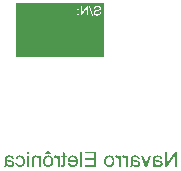
<source format=gbo>
G04 Layer_Color=32896*
%FSLAX25Y25*%
%MOIN*%
G70*
G01*
G75*
G36*
X292071Y142000D02*
X291480D01*
X290088Y145660D01*
X290730D01*
X291539Y143422D01*
X291590Y143276D01*
X291641Y143145D01*
X291677Y143021D01*
X291714Y142926D01*
X291736Y142838D01*
X291757Y142780D01*
X291765Y142744D01*
X291772Y142729D01*
X291816Y142868D01*
X291852Y143006D01*
X291896Y143130D01*
X291933Y143239D01*
X291962Y143334D01*
X291984Y143407D01*
X291991Y143429D01*
X291998Y143451D01*
X292005Y143458D01*
Y143465D01*
X292793Y145660D01*
X293449D01*
X292071Y142000D01*
D02*
G37*
G36*
X264741Y146563D02*
Y145660D01*
X265200D01*
Y145178D01*
X264741D01*
Y143064D01*
Y142962D01*
Y142875D01*
X264734Y142795D01*
X264726Y142714D01*
Y142649D01*
X264719Y142590D01*
X264704Y142496D01*
X264690Y142423D01*
X264683Y142372D01*
X264668Y142343D01*
Y142335D01*
X264639Y142270D01*
X264595Y142219D01*
X264551Y142168D01*
X264515Y142131D01*
X264471Y142095D01*
X264442Y142073D01*
X264420Y142058D01*
X264413Y142051D01*
X264333Y142015D01*
X264252Y141993D01*
X264165Y141971D01*
X264077Y141964D01*
X264004Y141956D01*
X263946Y141949D01*
X263888D01*
X263727Y141956D01*
X263647Y141964D01*
X263574Y141978D01*
X263509Y141985D01*
X263458Y141993D01*
X263429Y142000D01*
X263414D01*
X263494Y142547D01*
X263552Y142540D01*
X263611Y142532D01*
X263662D01*
X263698Y142525D01*
X263771D01*
X263866Y142532D01*
X263932Y142547D01*
X263968Y142561D01*
X263983Y142569D01*
X264034Y142605D01*
X264063Y142641D01*
X264085Y142671D01*
X264092Y142685D01*
X264099Y142722D01*
X264107Y142773D01*
X264114Y142889D01*
X264121Y142940D01*
Y142984D01*
Y143013D01*
Y143028D01*
Y145178D01*
X263494D01*
Y145660D01*
X264121D01*
Y146935D01*
X264741Y146563D01*
D02*
G37*
G36*
X302000Y142000D02*
X301359D01*
Y145958D01*
X298720Y142000D01*
X298027D01*
Y147045D01*
X298669D01*
Y143079D01*
X301315Y147045D01*
X302000D01*
Y142000D01*
D02*
G37*
G36*
X246224Y145732D02*
X246377Y145718D01*
X246523Y145696D01*
X246640Y145674D01*
X246742Y145652D01*
X246815Y145630D01*
X246844Y145623D01*
X246866Y145616D01*
X246873Y145608D01*
X246880D01*
X247004Y145557D01*
X247114Y145492D01*
X247208Y145434D01*
X247288Y145375D01*
X247347Y145317D01*
X247391Y145273D01*
X247420Y145244D01*
X247427Y145237D01*
X247493Y145142D01*
X247551Y145040D01*
X247595Y144938D01*
X247631Y144843D01*
X247660Y144748D01*
X247682Y144683D01*
X247690Y144654D01*
Y144632D01*
X247697Y144624D01*
Y144617D01*
X247092Y144537D01*
X247048Y144668D01*
X247004Y144785D01*
X246953Y144879D01*
X246909Y144952D01*
X246866Y145011D01*
X246829Y145047D01*
X246800Y145069D01*
X246793Y145076D01*
X246705Y145127D01*
X246603Y145164D01*
X246494Y145193D01*
X246392Y145208D01*
X246290Y145222D01*
X246217Y145229D01*
X246144D01*
X245976Y145222D01*
X245830Y145200D01*
X245714Y145164D01*
X245612Y145127D01*
X245539Y145084D01*
X245481Y145054D01*
X245444Y145025D01*
X245437Y145018D01*
X245379Y144952D01*
X245335Y144872D01*
X245298Y144785D01*
X245276Y144697D01*
X245262Y144617D01*
X245255Y144544D01*
Y144501D01*
Y144493D01*
Y144486D01*
Y144471D01*
Y144442D01*
Y144391D01*
X245262Y144347D01*
Y144333D01*
Y144325D01*
X245335Y144304D01*
X245415Y144282D01*
X245583Y144238D01*
X245772Y144202D01*
X245947Y144165D01*
X246035Y144150D01*
X246115Y144143D01*
X246188Y144129D01*
X246246Y144121D01*
X246297Y144114D01*
X246334D01*
X246363Y144107D01*
X246370D01*
X246501Y144092D01*
X246611Y144070D01*
X246705Y144056D01*
X246778Y144041D01*
X246837Y144034D01*
X246880Y144019D01*
X246909Y144012D01*
X246917D01*
X247011Y143983D01*
X247092Y143954D01*
X247172Y143917D01*
X247237Y143888D01*
X247296Y143859D01*
X247332Y143830D01*
X247361Y143815D01*
X247369Y143808D01*
X247442Y143757D01*
X247500Y143699D01*
X247558Y143640D01*
X247602Y143582D01*
X247639Y143531D01*
X247668Y143487D01*
X247682Y143458D01*
X247690Y143451D01*
X247726Y143370D01*
X247755Y143283D01*
X247777Y143203D01*
X247792Y143123D01*
X247799Y143057D01*
X247806Y143006D01*
Y142977D01*
Y142962D01*
X247799Y142875D01*
X247792Y142802D01*
X247755Y142649D01*
X247704Y142525D01*
X247646Y142415D01*
X247587Y142328D01*
X247536Y142262D01*
X247500Y142226D01*
X247485Y142211D01*
X247354Y142117D01*
X247208Y142044D01*
X247048Y141993D01*
X246902Y141956D01*
X246771Y141934D01*
X246713Y141927D01*
X246662D01*
X246618Y141920D01*
X246560D01*
X246428Y141927D01*
X246297Y141942D01*
X246181Y141956D01*
X246078Y141978D01*
X245998Y142000D01*
X245933Y142022D01*
X245889Y142029D01*
X245874Y142036D01*
X245750Y142087D01*
X245634Y142153D01*
X245524Y142226D01*
X245415Y142292D01*
X245327Y142357D01*
X245262Y142408D01*
X245218Y142445D01*
X245211Y142459D01*
X245204D01*
X245189Y142365D01*
X245174Y142277D01*
X245160Y142197D01*
X245138Y142131D01*
X245116Y142073D01*
X245101Y142036D01*
X245094Y142007D01*
X245087Y142000D01*
X244438D01*
X244475Y142080D01*
X244511Y142160D01*
X244540Y142233D01*
X244555Y142299D01*
X244577Y142357D01*
X244584Y142401D01*
X244591Y142430D01*
Y142437D01*
X244599Y142488D01*
X244606Y142554D01*
Y142627D01*
X244613Y142707D01*
X244620Y142889D01*
Y143072D01*
X244628Y143247D01*
Y143327D01*
Y143392D01*
Y143451D01*
Y143494D01*
Y143524D01*
Y143531D01*
Y144362D01*
Y144501D01*
X244635Y144624D01*
X244642Y144719D01*
Y144799D01*
X244650Y144858D01*
X244657Y144901D01*
X244664Y144923D01*
Y144931D01*
X244686Y145025D01*
X244715Y145106D01*
X244744Y145171D01*
X244781Y145237D01*
X244810Y145281D01*
X244832Y145317D01*
X244846Y145339D01*
X244854Y145346D01*
X244912Y145404D01*
X244978Y145463D01*
X245051Y145507D01*
X245123Y145550D01*
X245189Y145579D01*
X245240Y145601D01*
X245276Y145616D01*
X245291Y145623D01*
X245408Y145660D01*
X245532Y145689D01*
X245656Y145711D01*
X245779Y145725D01*
X245889Y145732D01*
X245969Y145740D01*
X246049D01*
X246224Y145732D01*
D02*
G37*
G36*
X270347Y142000D02*
X269727D01*
Y147045D01*
X270347D01*
Y142000D01*
D02*
G37*
G36*
X249818Y145732D02*
X249979Y145703D01*
X250132Y145667D01*
X250256Y145630D01*
X250365Y145587D01*
X250409Y145565D01*
X250445Y145550D01*
X250474Y145536D01*
X250496Y145521D01*
X250511Y145514D01*
X250518D01*
X250657Y145426D01*
X250781Y145317D01*
X250883Y145208D01*
X250970Y145098D01*
X251036Y145003D01*
X251079Y144923D01*
X251094Y144894D01*
X251109Y144872D01*
X251116Y144858D01*
Y144850D01*
X251181Y144675D01*
X251225Y144501D01*
X251262Y144325D01*
X251284Y144165D01*
X251291Y144092D01*
X251298Y144027D01*
Y143968D01*
X251305Y143917D01*
Y143874D01*
Y143844D01*
Y143823D01*
Y143815D01*
X251298Y143648D01*
X251284Y143494D01*
X251262Y143341D01*
X251232Y143210D01*
X251203Y143079D01*
X251160Y142970D01*
X251123Y142860D01*
X251079Y142765D01*
X251036Y142685D01*
X250999Y142612D01*
X250955Y142547D01*
X250926Y142496D01*
X250897Y142459D01*
X250875Y142430D01*
X250861Y142415D01*
X250853Y142408D01*
X250766Y142321D01*
X250671Y142248D01*
X250576Y142182D01*
X250474Y142124D01*
X250372Y142080D01*
X250277Y142036D01*
X250081Y141978D01*
X249993Y141964D01*
X249913Y141949D01*
X249840Y141934D01*
X249774Y141927D01*
X249723Y141920D01*
X249651D01*
X249541Y141927D01*
X249432Y141934D01*
X249242Y141978D01*
X249067Y142029D01*
X248921Y142095D01*
X248863Y142131D01*
X248805Y142160D01*
X248754Y142190D01*
X248717Y142219D01*
X248688Y142241D01*
X248666Y142255D01*
X248652Y142262D01*
X248644Y142270D01*
X248572Y142343D01*
X248506Y142415D01*
X248389Y142576D01*
X248295Y142744D01*
X248229Y142897D01*
X248178Y143043D01*
X248163Y143101D01*
X248149Y143159D01*
X248142Y143203D01*
X248134Y143232D01*
X248127Y143254D01*
Y143261D01*
X248739Y143341D01*
X248768Y143181D01*
X248812Y143035D01*
X248870Y142919D01*
X248921Y142824D01*
X248973Y142744D01*
X249016Y142693D01*
X249038Y142656D01*
X249053Y142649D01*
X249148Y142576D01*
X249250Y142525D01*
X249352Y142481D01*
X249446Y142459D01*
X249527Y142445D01*
X249600Y142437D01*
X249643Y142430D01*
X249658D01*
X249738Y142437D01*
X249818Y142445D01*
X249964Y142481D01*
X250088Y142532D01*
X250197Y142598D01*
X250277Y142656D01*
X250343Y142707D01*
X250379Y142744D01*
X250394Y142758D01*
X250445Y142824D01*
X250489Y142904D01*
X250554Y143064D01*
X250606Y143247D01*
X250635Y143422D01*
X250657Y143582D01*
X250664Y143648D01*
Y143713D01*
X250671Y143757D01*
Y143801D01*
Y143823D01*
Y143830D01*
Y143961D01*
X250657Y144085D01*
X250642Y144202D01*
X250627Y144304D01*
X250606Y144398D01*
X250576Y144486D01*
X250554Y144566D01*
X250525Y144639D01*
X250496Y144697D01*
X250474Y144748D01*
X250445Y144792D01*
X250423Y144828D01*
X250409Y144858D01*
X250394Y144879D01*
X250379Y144887D01*
Y144894D01*
X250321Y144952D01*
X250263Y145003D01*
X250139Y145091D01*
X250008Y145149D01*
X249891Y145186D01*
X249782Y145215D01*
X249701Y145222D01*
X249665Y145229D01*
X249621D01*
X249512Y145222D01*
X249410Y145200D01*
X249323Y145171D01*
X249242Y145135D01*
X249184Y145098D01*
X249133Y145069D01*
X249104Y145047D01*
X249096Y145040D01*
X249024Y144967D01*
X248958Y144879D01*
X248900Y144785D01*
X248863Y144697D01*
X248827Y144617D01*
X248805Y144552D01*
X248798Y144508D01*
X248790Y144501D01*
Y144493D01*
X248185Y144588D01*
X248236Y144785D01*
X248309Y144952D01*
X248389Y145098D01*
X248469Y145215D01*
X248550Y145310D01*
X248615Y145375D01*
X248659Y145419D01*
X248666Y145434D01*
X248674D01*
X248827Y145536D01*
X248987Y145608D01*
X249148Y145667D01*
X249301Y145703D01*
X249439Y145725D01*
X249497Y145732D01*
X249541D01*
X249585Y145740D01*
X249643D01*
X249818Y145732D01*
D02*
G37*
G36*
X284351D02*
X284424Y145718D01*
X284497Y145696D01*
X284555Y145674D01*
X284599Y145652D01*
X284643Y145630D01*
X284664Y145616D01*
X284672Y145608D01*
X284737Y145550D01*
X284803Y145477D01*
X284869Y145390D01*
X284927Y145310D01*
X284985Y145229D01*
X285022Y145164D01*
X285051Y145113D01*
X285058Y145106D01*
Y145660D01*
X285619D01*
Y142000D01*
X285000D01*
Y143910D01*
X284992Y144056D01*
X284985Y144187D01*
X284971Y144311D01*
X284949Y144420D01*
X284927Y144508D01*
X284912Y144573D01*
X284905Y144617D01*
X284898Y144632D01*
X284869Y144712D01*
X284832Y144778D01*
X284796Y144836D01*
X284759Y144887D01*
X284723Y144923D01*
X284701Y144952D01*
X284679Y144967D01*
X284672Y144974D01*
X284613Y145018D01*
X284548Y145047D01*
X284482Y145069D01*
X284431Y145084D01*
X284380Y145091D01*
X284344Y145098D01*
X284307D01*
X284227Y145091D01*
X284147Y145076D01*
X284067Y145054D01*
X284001Y145033D01*
X283943Y145011D01*
X283899Y144989D01*
X283870Y144974D01*
X283862Y144967D01*
X283636Y145536D01*
X283760Y145601D01*
X283877Y145652D01*
X283979Y145689D01*
X284074Y145718D01*
X284154Y145732D01*
X284220Y145740D01*
X284271D01*
X284351Y145732D01*
D02*
G37*
G36*
X282003D02*
X282076Y145718D01*
X282149Y145696D01*
X282208Y145674D01*
X282251Y145652D01*
X282295Y145630D01*
X282317Y145616D01*
X282324Y145608D01*
X282390Y145550D01*
X282455Y145477D01*
X282521Y145390D01*
X282579Y145310D01*
X282638Y145229D01*
X282674Y145164D01*
X282703Y145113D01*
X282711Y145106D01*
Y145660D01*
X283272D01*
Y142000D01*
X282652D01*
Y143910D01*
X282645Y144056D01*
X282638Y144187D01*
X282623Y144311D01*
X282601Y144420D01*
X282579Y144508D01*
X282565Y144573D01*
X282558Y144617D01*
X282550Y144632D01*
X282521Y144712D01*
X282485Y144778D01*
X282448Y144836D01*
X282412Y144887D01*
X282375Y144923D01*
X282353Y144952D01*
X282332Y144967D01*
X282324Y144974D01*
X282266Y145018D01*
X282200Y145047D01*
X282135Y145069D01*
X282084Y145084D01*
X282033Y145091D01*
X281996Y145098D01*
X281960D01*
X281880Y145091D01*
X281799Y145076D01*
X281719Y145054D01*
X281654Y145033D01*
X281595Y145011D01*
X281552Y144989D01*
X281522Y144974D01*
X281515Y144967D01*
X281289Y145536D01*
X281413Y145601D01*
X281530Y145652D01*
X281632Y145689D01*
X281727Y145718D01*
X281807Y145732D01*
X281872Y145740D01*
X281923D01*
X282003Y145732D01*
D02*
G37*
G36*
X274947Y142000D02*
X271178D01*
Y142598D01*
X274276D01*
Y144311D01*
X271484D01*
Y144909D01*
X274276D01*
Y146447D01*
X271294D01*
Y147045D01*
X274947D01*
Y142000D01*
D02*
G37*
G36*
X267409Y145732D02*
X267540Y145718D01*
X267664Y145696D01*
X267781Y145660D01*
X267890Y145623D01*
X267992Y145579D01*
X268087Y145536D01*
X268167Y145485D01*
X268247Y145441D01*
X268313Y145390D01*
X268371Y145346D01*
X268415Y145310D01*
X268451Y145273D01*
X268481Y145251D01*
X268495Y145237D01*
X268502Y145229D01*
X268583Y145127D01*
X268655Y145018D01*
X268721Y144909D01*
X268779Y144792D01*
X268823Y144668D01*
X268860Y144552D01*
X268918Y144318D01*
X268940Y144216D01*
X268954Y144114D01*
X268962Y144027D01*
X268969Y143946D01*
X268976Y143881D01*
Y143837D01*
Y143801D01*
Y143793D01*
X268969Y143633D01*
X268954Y143480D01*
X268933Y143334D01*
X268903Y143203D01*
X268867Y143079D01*
X268830Y142962D01*
X268787Y142860D01*
X268743Y142765D01*
X268699Y142685D01*
X268655Y142612D01*
X268619Y142554D01*
X268583Y142503D01*
X268553Y142459D01*
X268532Y142430D01*
X268517Y142415D01*
X268510Y142408D01*
X268415Y142321D01*
X268320Y142248D01*
X268218Y142182D01*
X268109Y142124D01*
X268007Y142080D01*
X267897Y142036D01*
X267693Y141978D01*
X267599Y141964D01*
X267511Y141949D01*
X267431Y141934D01*
X267365Y141927D01*
X267314Y141920D01*
X267234D01*
X267008Y141934D01*
X266804Y141971D01*
X266622Y142015D01*
X266549Y142044D01*
X266476Y142073D01*
X266410Y142102D01*
X266352Y142131D01*
X266308Y142153D01*
X266264Y142175D01*
X266235Y142197D01*
X266213Y142211D01*
X266199Y142226D01*
X266192D01*
X266046Y142357D01*
X265929Y142496D01*
X265827Y142641D01*
X265754Y142780D01*
X265696Y142904D01*
X265674Y142962D01*
X265652Y143006D01*
X265637Y143050D01*
X265630Y143079D01*
X265623Y143094D01*
Y143101D01*
X266264Y143181D01*
X266323Y143043D01*
X266388Y142926D01*
X266454Y142824D01*
X266512Y142744D01*
X266563Y142685D01*
X266607Y142641D01*
X266644Y142612D01*
X266651Y142605D01*
X266746Y142547D01*
X266840Y142503D01*
X266942Y142474D01*
X267030Y142452D01*
X267110Y142437D01*
X267176Y142430D01*
X267234D01*
X267321Y142437D01*
X267402Y142445D01*
X267547Y142481D01*
X267679Y142532D01*
X267795Y142590D01*
X267883Y142641D01*
X267948Y142693D01*
X267992Y142729D01*
X267999Y142744D01*
X268007D01*
X268109Y142875D01*
X268189Y143021D01*
X268247Y143181D01*
X268291Y143327D01*
X268313Y143458D01*
X268327Y143516D01*
X268335Y143567D01*
Y143611D01*
X268342Y143640D01*
Y143662D01*
Y143669D01*
X265608D01*
X265601Y143742D01*
Y143793D01*
Y143823D01*
Y143830D01*
X265608Y143998D01*
X265623Y144150D01*
X265645Y144296D01*
X265674Y144435D01*
X265710Y144559D01*
X265747Y144675D01*
X265791Y144778D01*
X265834Y144872D01*
X265878Y144960D01*
X265922Y145033D01*
X265958Y145091D01*
X265995Y145142D01*
X266024Y145186D01*
X266046Y145215D01*
X266060Y145229D01*
X266068Y145237D01*
X266155Y145324D01*
X266250Y145404D01*
X266352Y145470D01*
X266454Y145528D01*
X266556Y145579D01*
X266651Y145616D01*
X266753Y145652D01*
X266840Y145674D01*
X266935Y145696D01*
X267015Y145711D01*
X267088Y145725D01*
X267146Y145732D01*
X267197Y145740D01*
X267270D01*
X267409Y145732D01*
D02*
G37*
G36*
X255038D02*
X255169Y145711D01*
X255286Y145681D01*
X255402Y145645D01*
X255504Y145601D01*
X255599Y145550D01*
X255687Y145492D01*
X255760Y145441D01*
X255832Y145383D01*
X255891Y145324D01*
X255942Y145273D01*
X255985Y145229D01*
X256015Y145193D01*
X256036Y145164D01*
X256051Y145142D01*
X256058Y145135D01*
Y145660D01*
X256612D01*
Y142000D01*
X255993D01*
Y143990D01*
Y144114D01*
X255978Y144238D01*
X255964Y144340D01*
X255949Y144435D01*
X255927Y144522D01*
X255905Y144603D01*
X255876Y144675D01*
X255847Y144734D01*
X255825Y144785D01*
X255796Y144828D01*
X255774Y144865D01*
X255752Y144894D01*
X255723Y144931D01*
X255709Y144945D01*
X255599Y145033D01*
X255483Y145091D01*
X255366Y145135D01*
X255264Y145171D01*
X255169Y145186D01*
X255096Y145193D01*
X255067Y145200D01*
X255030D01*
X254943Y145193D01*
X254856Y145186D01*
X254783Y145164D01*
X254724Y145142D01*
X254673Y145120D01*
X254630Y145106D01*
X254608Y145091D01*
X254600Y145084D01*
X254535Y145040D01*
X254476Y144989D01*
X254433Y144938D01*
X254396Y144894D01*
X254374Y144850D01*
X254353Y144814D01*
X254338Y144792D01*
Y144785D01*
X254316Y144705D01*
X254294Y144617D01*
X254280Y144522D01*
X254272Y144428D01*
X254265Y144347D01*
Y144282D01*
Y144231D01*
Y144223D01*
Y144216D01*
Y142000D01*
X253645D01*
Y144245D01*
Y144398D01*
X253653Y144522D01*
X253660Y144624D01*
Y144712D01*
X253667Y144770D01*
X253675Y144814D01*
X253682Y144843D01*
Y144850D01*
X253704Y144945D01*
X253740Y145033D01*
X253769Y145106D01*
X253799Y145178D01*
X253835Y145229D01*
X253857Y145266D01*
X253871Y145295D01*
X253879Y145302D01*
X253937Y145375D01*
X254003Y145434D01*
X254068Y145492D01*
X254141Y145536D01*
X254200Y145572D01*
X254251Y145594D01*
X254280Y145608D01*
X254294Y145616D01*
X254396Y145660D01*
X254506Y145689D01*
X254608Y145711D01*
X254702Y145725D01*
X254783Y145732D01*
X254841Y145740D01*
X254899D01*
X255038Y145732D01*
D02*
G37*
G36*
X261621D02*
X261694Y145718D01*
X261767Y145696D01*
X261825Y145674D01*
X261869Y145652D01*
X261912Y145630D01*
X261934Y145616D01*
X261941Y145608D01*
X262007Y145550D01*
X262073Y145477D01*
X262138Y145390D01*
X262197Y145310D01*
X262255Y145229D01*
X262291Y145164D01*
X262320Y145113D01*
X262328Y145106D01*
Y145660D01*
X262889D01*
Y142000D01*
X262269D01*
Y143910D01*
X262262Y144056D01*
X262255Y144187D01*
X262240Y144311D01*
X262218Y144420D01*
X262197Y144508D01*
X262182Y144573D01*
X262175Y144617D01*
X262167Y144632D01*
X262138Y144712D01*
X262102Y144778D01*
X262065Y144836D01*
X262029Y144887D01*
X261993Y144923D01*
X261971Y144952D01*
X261949Y144967D01*
X261941Y144974D01*
X261883Y145018D01*
X261818Y145047D01*
X261752Y145069D01*
X261701Y145084D01*
X261650Y145091D01*
X261613Y145098D01*
X261577D01*
X261497Y145091D01*
X261417Y145076D01*
X261336Y145054D01*
X261271Y145033D01*
X261212Y145011D01*
X261169Y144989D01*
X261140Y144974D01*
X261132Y144967D01*
X260906Y145536D01*
X261030Y145601D01*
X261147Y145652D01*
X261249Y145689D01*
X261344Y145718D01*
X261424Y145732D01*
X261490Y145740D01*
X261541D01*
X261621Y145732D01*
D02*
G37*
G36*
X252690Y142000D02*
X252071D01*
Y145660D01*
X252690D01*
Y142000D01*
D02*
G37*
G36*
X259178Y145732D02*
X259295Y145725D01*
X259521Y145674D01*
X259718Y145608D01*
X259805Y145572D01*
X259886Y145536D01*
X259959Y145499D01*
X260017Y145463D01*
X260075Y145426D01*
X260119Y145397D01*
X260155Y145368D01*
X260185Y145346D01*
X260199Y145339D01*
X260206Y145332D01*
X260309Y145237D01*
X260389Y145127D01*
X260469Y145011D01*
X260527Y144894D01*
X260585Y144770D01*
X260629Y144639D01*
X260666Y144515D01*
X260695Y144398D01*
X260724Y144282D01*
X260739Y144180D01*
X260753Y144078D01*
X260760Y143998D01*
Y143925D01*
X260768Y143874D01*
Y143844D01*
Y143830D01*
X260760Y143662D01*
X260746Y143502D01*
X260724Y143356D01*
X260695Y143217D01*
X260658Y143094D01*
X260622Y142977D01*
X260578Y142868D01*
X260535Y142773D01*
X260491Y142685D01*
X260447Y142612D01*
X260411Y142554D01*
X260374Y142503D01*
X260345Y142459D01*
X260323Y142430D01*
X260309Y142415D01*
X260301Y142408D01*
X260206Y142321D01*
X260112Y142248D01*
X260010Y142182D01*
X259908Y142124D01*
X259805Y142080D01*
X259696Y142036D01*
X259499Y141978D01*
X259412Y141964D01*
X259324Y141949D01*
X259251Y141934D01*
X259186Y141927D01*
X259127Y141920D01*
X259055D01*
X258880Y141927D01*
X258719Y141956D01*
X258566Y141993D01*
X258442Y142029D01*
X258333Y142073D01*
X258289Y142087D01*
X258253Y142102D01*
X258216Y142117D01*
X258194Y142131D01*
X258187Y142139D01*
X258180D01*
X258034Y142233D01*
X257910Y142335D01*
X257801Y142437D01*
X257713Y142540D01*
X257648Y142627D01*
X257597Y142700D01*
X257582Y142729D01*
X257568Y142751D01*
X257560Y142758D01*
Y142765D01*
X257487Y142933D01*
X257436Y143115D01*
X257393Y143298D01*
X257371Y143480D01*
X257356Y143560D01*
Y143633D01*
X257349Y143706D01*
X257342Y143764D01*
Y143815D01*
Y143852D01*
Y143874D01*
Y143881D01*
X257349Y144041D01*
X257363Y144187D01*
X257385Y144325D01*
X257414Y144457D01*
X257451Y144581D01*
X257494Y144690D01*
X257538Y144799D01*
X257582Y144887D01*
X257626Y144967D01*
X257669Y145040D01*
X257713Y145106D01*
X257750Y145157D01*
X257779Y145193D01*
X257801Y145222D01*
X257815Y145237D01*
X257823Y145244D01*
X257917Y145332D01*
X258012Y145404D01*
X258114Y145477D01*
X258216Y145528D01*
X258318Y145579D01*
X258420Y145616D01*
X258617Y145681D01*
X258712Y145696D01*
X258792Y145711D01*
X258865Y145725D01*
X258931Y145732D01*
X258982Y145740D01*
X259055D01*
X259178Y145732D01*
D02*
G37*
G36*
X279561D02*
X279678Y145725D01*
X279904Y145674D01*
X280101Y145608D01*
X280188Y145572D01*
X280269Y145536D01*
X280341Y145499D01*
X280400Y145463D01*
X280458Y145426D01*
X280502Y145397D01*
X280538Y145368D01*
X280567Y145346D01*
X280582Y145339D01*
X280589Y145332D01*
X280691Y145237D01*
X280771Y145127D01*
X280852Y145011D01*
X280910Y144894D01*
X280968Y144770D01*
X281012Y144639D01*
X281048Y144515D01*
X281078Y144398D01*
X281107Y144282D01*
X281121Y144180D01*
X281136Y144078D01*
X281143Y143998D01*
Y143925D01*
X281151Y143874D01*
Y143844D01*
Y143830D01*
X281143Y143662D01*
X281129Y143502D01*
X281107Y143356D01*
X281078Y143217D01*
X281041Y143094D01*
X281005Y142977D01*
X280961Y142868D01*
X280917Y142773D01*
X280874Y142685D01*
X280830Y142612D01*
X280793Y142554D01*
X280757Y142503D01*
X280728Y142459D01*
X280706Y142430D01*
X280691Y142415D01*
X280684Y142408D01*
X280589Y142321D01*
X280494Y142248D01*
X280392Y142182D01*
X280290Y142124D01*
X280188Y142080D01*
X280079Y142036D01*
X279882Y141978D01*
X279795Y141964D01*
X279707Y141949D01*
X279634Y141934D01*
X279569Y141927D01*
X279510Y141920D01*
X279437D01*
X279262Y141927D01*
X279102Y141956D01*
X278949Y141993D01*
X278825Y142029D01*
X278716Y142073D01*
X278672Y142087D01*
X278636Y142102D01*
X278599Y142117D01*
X278577Y142131D01*
X278570Y142139D01*
X278563D01*
X278417Y142233D01*
X278293Y142335D01*
X278184Y142437D01*
X278096Y142540D01*
X278030Y142627D01*
X277979Y142700D01*
X277965Y142729D01*
X277950Y142751D01*
X277943Y142758D01*
Y142765D01*
X277870Y142933D01*
X277819Y143115D01*
X277775Y143298D01*
X277753Y143480D01*
X277739Y143560D01*
Y143633D01*
X277732Y143706D01*
X277724Y143764D01*
Y143815D01*
Y143852D01*
Y143874D01*
Y143881D01*
X277732Y144041D01*
X277746Y144187D01*
X277768Y144325D01*
X277797Y144457D01*
X277834Y144581D01*
X277877Y144690D01*
X277921Y144799D01*
X277965Y144887D01*
X278009Y144967D01*
X278052Y145040D01*
X278096Y145106D01*
X278133Y145157D01*
X278162Y145193D01*
X278184Y145222D01*
X278198Y145237D01*
X278205Y145244D01*
X278300Y145332D01*
X278395Y145404D01*
X278497Y145477D01*
X278599Y145528D01*
X278701Y145579D01*
X278803Y145616D01*
X279000Y145681D01*
X279095Y145696D01*
X279175Y145711D01*
X279248Y145725D01*
X279313Y145732D01*
X279365Y145740D01*
X279437D01*
X279561Y145732D01*
D02*
G37*
G36*
X295614D02*
X295767Y145718D01*
X295913Y145696D01*
X296029Y145674D01*
X296132Y145652D01*
X296204Y145630D01*
X296234Y145623D01*
X296255Y145616D01*
X296263Y145608D01*
X296270D01*
X296394Y145557D01*
X296503Y145492D01*
X296598Y145434D01*
X296678Y145375D01*
X296737Y145317D01*
X296780Y145273D01*
X296810Y145244D01*
X296817Y145237D01*
X296882Y145142D01*
X296941Y145040D01*
X296985Y144938D01*
X297021Y144843D01*
X297050Y144748D01*
X297072Y144683D01*
X297079Y144654D01*
Y144632D01*
X297087Y144624D01*
Y144617D01*
X296481Y144537D01*
X296438Y144668D01*
X296394Y144785D01*
X296343Y144879D01*
X296299Y144952D01*
X296255Y145011D01*
X296219Y145047D01*
X296190Y145069D01*
X296183Y145076D01*
X296095Y145127D01*
X295993Y145164D01*
X295884Y145193D01*
X295782Y145208D01*
X295680Y145222D01*
X295607Y145229D01*
X295534D01*
X295366Y145222D01*
X295220Y145200D01*
X295104Y145164D01*
X295002Y145127D01*
X294929Y145084D01*
X294870Y145054D01*
X294834Y145025D01*
X294827Y145018D01*
X294768Y144952D01*
X294725Y144872D01*
X294688Y144785D01*
X294666Y144697D01*
X294652Y144617D01*
X294644Y144544D01*
Y144501D01*
Y144493D01*
Y144486D01*
Y144471D01*
Y144442D01*
Y144391D01*
X294652Y144347D01*
Y144333D01*
Y144325D01*
X294725Y144304D01*
X294805Y144282D01*
X294972Y144238D01*
X295162Y144202D01*
X295337Y144165D01*
X295424Y144150D01*
X295505Y144143D01*
X295578Y144129D01*
X295636Y144121D01*
X295687Y144114D01*
X295723D01*
X295753Y144107D01*
X295760D01*
X295891Y144092D01*
X296000Y144070D01*
X296095Y144056D01*
X296168Y144041D01*
X296226Y144034D01*
X296270Y144019D01*
X296299Y144012D01*
X296306D01*
X296401Y143983D01*
X296481Y143954D01*
X296562Y143917D01*
X296627Y143888D01*
X296686Y143859D01*
X296722Y143830D01*
X296751Y143815D01*
X296759Y143808D01*
X296831Y143757D01*
X296890Y143699D01*
X296948Y143640D01*
X296992Y143582D01*
X297028Y143531D01*
X297057Y143487D01*
X297072Y143458D01*
X297079Y143451D01*
X297116Y143370D01*
X297145Y143283D01*
X297167Y143203D01*
X297181Y143123D01*
X297189Y143057D01*
X297196Y143006D01*
Y142977D01*
Y142962D01*
X297189Y142875D01*
X297181Y142802D01*
X297145Y142649D01*
X297094Y142525D01*
X297036Y142415D01*
X296977Y142328D01*
X296926Y142262D01*
X296890Y142226D01*
X296875Y142211D01*
X296744Y142117D01*
X296598Y142044D01*
X296438Y141993D01*
X296292Y141956D01*
X296161Y141934D01*
X296102Y141927D01*
X296051D01*
X296008Y141920D01*
X295949D01*
X295818Y141927D01*
X295687Y141942D01*
X295570Y141956D01*
X295468Y141978D01*
X295388Y142000D01*
X295322Y142022D01*
X295279Y142029D01*
X295264Y142036D01*
X295140Y142087D01*
X295023Y142153D01*
X294914Y142226D01*
X294805Y142292D01*
X294717Y142357D01*
X294652Y142408D01*
X294608Y142445D01*
X294601Y142459D01*
X294593D01*
X294579Y142365D01*
X294564Y142277D01*
X294550Y142197D01*
X294528Y142131D01*
X294506Y142073D01*
X294491Y142036D01*
X294484Y142007D01*
X294477Y142000D01*
X293828D01*
X293864Y142080D01*
X293901Y142160D01*
X293930Y142233D01*
X293945Y142299D01*
X293966Y142357D01*
X293974Y142401D01*
X293981Y142430D01*
Y142437D01*
X293988Y142488D01*
X293996Y142554D01*
Y142627D01*
X294003Y142707D01*
X294010Y142889D01*
Y143072D01*
X294018Y143247D01*
Y143327D01*
Y143392D01*
Y143451D01*
Y143494D01*
Y143524D01*
Y143531D01*
Y144362D01*
Y144501D01*
X294025Y144624D01*
X294032Y144719D01*
Y144799D01*
X294039Y144858D01*
X294047Y144901D01*
X294054Y144923D01*
Y144931D01*
X294076Y145025D01*
X294105Y145106D01*
X294134Y145171D01*
X294170Y145237D01*
X294200Y145281D01*
X294222Y145317D01*
X294236Y145339D01*
X294243Y145346D01*
X294302Y145404D01*
X294367Y145463D01*
X294440Y145507D01*
X294513Y145550D01*
X294579Y145579D01*
X294630Y145601D01*
X294666Y145616D01*
X294681Y145623D01*
X294797Y145660D01*
X294921Y145689D01*
X295045Y145711D01*
X295169Y145725D01*
X295279Y145732D01*
X295359Y145740D01*
X295439D01*
X295614Y145732D01*
D02*
G37*
G36*
X288164D02*
X288317Y145718D01*
X288462Y145696D01*
X288579Y145674D01*
X288681Y145652D01*
X288754Y145630D01*
X288783Y145623D01*
X288805Y145616D01*
X288812Y145608D01*
X288820D01*
X288944Y145557D01*
X289053Y145492D01*
X289148Y145434D01*
X289228Y145375D01*
X289286Y145317D01*
X289330Y145273D01*
X289359Y145244D01*
X289366Y145237D01*
X289432Y145142D01*
X289490Y145040D01*
X289534Y144938D01*
X289571Y144843D01*
X289600Y144748D01*
X289622Y144683D01*
X289629Y144654D01*
Y144632D01*
X289636Y144624D01*
Y144617D01*
X289031Y144537D01*
X288987Y144668D01*
X288944Y144785D01*
X288893Y144879D01*
X288849Y144952D01*
X288805Y145011D01*
X288769Y145047D01*
X288739Y145069D01*
X288732Y145076D01*
X288645Y145127D01*
X288543Y145164D01*
X288433Y145193D01*
X288331Y145208D01*
X288229Y145222D01*
X288156Y145229D01*
X288083D01*
X287916Y145222D01*
X287770Y145200D01*
X287653Y145164D01*
X287551Y145127D01*
X287478Y145084D01*
X287420Y145054D01*
X287384Y145025D01*
X287376Y145018D01*
X287318Y144952D01*
X287274Y144872D01*
X287238Y144785D01*
X287216Y144697D01*
X287201Y144617D01*
X287194Y144544D01*
Y144501D01*
Y144493D01*
Y144486D01*
Y144471D01*
Y144442D01*
Y144391D01*
X287201Y144347D01*
Y144333D01*
Y144325D01*
X287274Y144304D01*
X287354Y144282D01*
X287522Y144238D01*
X287712Y144202D01*
X287887Y144165D01*
X287974Y144150D01*
X288054Y144143D01*
X288127Y144129D01*
X288185Y144121D01*
X288236Y144114D01*
X288273D01*
X288302Y144107D01*
X288309D01*
X288441Y144092D01*
X288550Y144070D01*
X288645Y144056D01*
X288718Y144041D01*
X288776Y144034D01*
X288820Y144019D01*
X288849Y144012D01*
X288856D01*
X288951Y143983D01*
X289031Y143954D01*
X289111Y143917D01*
X289177Y143888D01*
X289235Y143859D01*
X289272Y143830D01*
X289301Y143815D01*
X289308Y143808D01*
X289381Y143757D01*
X289439Y143699D01*
X289498Y143640D01*
X289541Y143582D01*
X289578Y143531D01*
X289607Y143487D01*
X289622Y143458D01*
X289629Y143451D01*
X289665Y143370D01*
X289694Y143283D01*
X289716Y143203D01*
X289731Y143123D01*
X289738Y143057D01*
X289745Y143006D01*
Y142977D01*
Y142962D01*
X289738Y142875D01*
X289731Y142802D01*
X289694Y142649D01*
X289643Y142525D01*
X289585Y142415D01*
X289527Y142328D01*
X289476Y142262D01*
X289439Y142226D01*
X289425Y142211D01*
X289294Y142117D01*
X289148Y142044D01*
X288987Y141993D01*
X288842Y141956D01*
X288710Y141934D01*
X288652Y141927D01*
X288601D01*
X288557Y141920D01*
X288499D01*
X288368Y141927D01*
X288236Y141942D01*
X288120Y141956D01*
X288018Y141978D01*
X287938Y142000D01*
X287872Y142022D01*
X287828Y142029D01*
X287814Y142036D01*
X287690Y142087D01*
X287573Y142153D01*
X287464Y142226D01*
X287354Y142292D01*
X287267Y142357D01*
X287201Y142408D01*
X287158Y142445D01*
X287150Y142459D01*
X287143D01*
X287128Y142365D01*
X287114Y142277D01*
X287099Y142197D01*
X287077Y142131D01*
X287055Y142073D01*
X287041Y142036D01*
X287034Y142007D01*
X287026Y142000D01*
X286378D01*
X286414Y142080D01*
X286450Y142160D01*
X286480Y142233D01*
X286494Y142299D01*
X286516Y142357D01*
X286523Y142401D01*
X286531Y142430D01*
Y142437D01*
X286538Y142488D01*
X286545Y142554D01*
Y142627D01*
X286553Y142707D01*
X286560Y142889D01*
Y143072D01*
X286567Y143247D01*
Y143327D01*
Y143392D01*
Y143451D01*
Y143494D01*
Y143524D01*
Y143531D01*
Y144362D01*
Y144501D01*
X286574Y144624D01*
X286582Y144719D01*
Y144799D01*
X286589Y144858D01*
X286596Y144901D01*
X286603Y144923D01*
Y144931D01*
X286625Y145025D01*
X286655Y145106D01*
X286684Y145171D01*
X286720Y145237D01*
X286749Y145281D01*
X286771Y145317D01*
X286786Y145339D01*
X286793Y145346D01*
X286851Y145404D01*
X286917Y145463D01*
X286990Y145507D01*
X287063Y145550D01*
X287128Y145579D01*
X287179Y145601D01*
X287216Y145616D01*
X287230Y145623D01*
X287347Y145660D01*
X287471Y145689D01*
X287595Y145711D01*
X287719Y145725D01*
X287828Y145732D01*
X287908Y145740D01*
X287989D01*
X288164Y145732D01*
D02*
G37*
G36*
X260148Y146112D02*
X259441D01*
X259047Y146695D01*
X258668Y146112D01*
X257961D01*
X258741Y147074D01*
X259404D01*
X260148Y146112D01*
D02*
G37*
G36*
X277500Y178500D02*
X248300D01*
Y196411D01*
X277500D01*
Y178500D01*
D02*
G37*
G36*
X252690Y146338D02*
X252071D01*
Y147045D01*
X252690D01*
Y146338D01*
D02*
G37*
%LPC*%
G36*
X245262Y143837D02*
X245255D01*
X245262Y143604D01*
X245269Y143458D01*
X245276Y143334D01*
X245291Y143232D01*
X245313Y143145D01*
X245335Y143079D01*
X245349Y143028D01*
X245357Y142999D01*
X245364Y142991D01*
X245422Y142897D01*
X245481Y142809D01*
X245553Y142736D01*
X245619Y142678D01*
X245677Y142627D01*
X245728Y142590D01*
X245758Y142569D01*
X245772Y142561D01*
X245882Y142510D01*
X245991Y142474D01*
X246093Y142445D01*
X246195Y142430D01*
X246275Y142415D01*
X246348Y142408D01*
X246407D01*
X246538Y142415D01*
X246647Y142430D01*
X246742Y142459D01*
X246822Y142488D01*
X246880Y142518D01*
X246924Y142547D01*
X246953Y142561D01*
X246960Y142569D01*
X247019Y142634D01*
X247063Y142707D01*
X247099Y142773D01*
X247121Y142838D01*
X247135Y142897D01*
X247143Y142940D01*
Y142977D01*
Y142984D01*
X247135Y143043D01*
X247128Y143101D01*
X247114Y143145D01*
X247099Y143188D01*
X247084Y143225D01*
X247077Y143254D01*
X247063Y143269D01*
Y143276D01*
X246990Y143363D01*
X246902Y143422D01*
X246873Y143443D01*
X246844Y143458D01*
X246822Y143473D01*
X246815D01*
X246742Y143502D01*
X246662Y143524D01*
X246574Y143545D01*
X246487Y143560D01*
X246407Y143575D01*
X246334Y143589D01*
X246290Y143596D01*
X246275D01*
X246151Y143618D01*
X246035Y143633D01*
X245933Y143655D01*
X245830Y143677D01*
X245736Y143699D01*
X245656Y143720D01*
X245575Y143735D01*
X245510Y143757D01*
X245451Y143772D01*
X245400Y143786D01*
X245357Y143801D01*
X245320Y143815D01*
X245291Y143823D01*
X245269Y143830D01*
X245262Y143837D01*
D02*
G37*
G36*
X275489Y195624D02*
X275430D01*
X275398Y195619D01*
X275366D01*
X275279Y195610D01*
X275184Y195596D01*
X275084Y195574D01*
X274974Y195546D01*
X274874Y195510D01*
X274870D01*
X274861Y195505D01*
X274847Y195496D01*
X274829Y195487D01*
X274783Y195464D01*
X274724Y195423D01*
X274656Y195378D01*
X274588Y195319D01*
X274524Y195250D01*
X274465Y195173D01*
Y195169D01*
X274460Y195164D01*
X274451Y195150D01*
X274442Y195137D01*
X274419Y195091D01*
X274392Y195032D01*
X274360Y194959D01*
X274338Y194873D01*
X274315Y194782D01*
X274306Y194682D01*
X274706Y194650D01*
Y194655D01*
Y194664D01*
X274711Y194677D01*
X274715Y194700D01*
X274729Y194750D01*
X274747Y194818D01*
X274774Y194891D01*
X274815Y194964D01*
X274865Y195032D01*
X274929Y195096D01*
X274938Y195100D01*
X274961Y195119D01*
X275006Y195146D01*
X275065Y195173D01*
X275143Y195201D01*
X275234Y195228D01*
X275348Y195246D01*
X275475Y195250D01*
X275539D01*
X275566Y195246D01*
X275602Y195241D01*
X275684Y195232D01*
X275775Y195214D01*
X275866Y195191D01*
X275953Y195155D01*
X275989Y195132D01*
X276026Y195109D01*
X276035Y195105D01*
X276053Y195087D01*
X276080Y195055D01*
X276108Y195018D01*
X276139Y194968D01*
X276167Y194914D01*
X276185Y194850D01*
X276194Y194777D01*
Y194768D01*
Y194750D01*
X276189Y194718D01*
X276180Y194682D01*
X276167Y194636D01*
X276144Y194591D01*
X276117Y194545D01*
X276076Y194500D01*
X276071Y194495D01*
X276048Y194482D01*
X276030Y194468D01*
X276012Y194459D01*
X275985Y194445D01*
X275953Y194427D01*
X275912Y194413D01*
X275866Y194395D01*
X275816Y194377D01*
X275757Y194354D01*
X275693Y194336D01*
X275621Y194313D01*
X275539Y194295D01*
X275448Y194272D01*
X275443D01*
X275425Y194268D01*
X275398Y194263D01*
X275366Y194254D01*
X275325Y194245D01*
X275275Y194231D01*
X275225Y194218D01*
X275170Y194204D01*
X275052Y194172D01*
X274938Y194140D01*
X274884Y194122D01*
X274833Y194104D01*
X274788Y194090D01*
X274751Y194072D01*
X274747D01*
X274738Y194068D01*
X274724Y194058D01*
X274706Y194049D01*
X274656Y194022D01*
X274597Y193986D01*
X274529Y193936D01*
X274460Y193881D01*
X274397Y193817D01*
X274342Y193749D01*
X274338Y193740D01*
X274319Y193717D01*
X274301Y193676D01*
X274274Y193622D01*
X274251Y193558D01*
X274228Y193481D01*
X274215Y193394D01*
X274210Y193303D01*
Y193299D01*
Y193294D01*
Y193280D01*
Y193262D01*
X274219Y193212D01*
X274228Y193148D01*
X274247Y193076D01*
X274269Y192998D01*
X274306Y192916D01*
X274356Y192830D01*
Y192825D01*
X274360Y192821D01*
X274383Y192794D01*
X274415Y192753D01*
X274460Y192707D01*
X274519Y192652D01*
X274592Y192593D01*
X274674Y192539D01*
X274770Y192489D01*
X274774D01*
X274783Y192484D01*
X274797Y192480D01*
X274815Y192471D01*
X274843Y192461D01*
X274874Y192448D01*
X274947Y192429D01*
X275034Y192407D01*
X275138Y192384D01*
X275252Y192370D01*
X275375Y192366D01*
X275448D01*
X275484Y192370D01*
X275525D01*
X275571Y192375D01*
X275625Y192379D01*
X275739Y192398D01*
X275857Y192416D01*
X275975Y192448D01*
X276089Y192489D01*
X276094D01*
X276103Y192493D01*
X276117Y192502D01*
X276135Y192511D01*
X276189Y192539D01*
X276253Y192580D01*
X276326Y192634D01*
X276403Y192698D01*
X276476Y192775D01*
X276544Y192862D01*
Y192866D01*
X276553Y192875D01*
X276558Y192889D01*
X276571Y192907D01*
X276581Y192930D01*
X276594Y192957D01*
X276626Y193026D01*
X276658Y193112D01*
X276685Y193208D01*
X276704Y193317D01*
X276713Y193430D01*
X276321Y193467D01*
Y193462D01*
Y193458D01*
X276317Y193444D01*
Y193426D01*
X276308Y193385D01*
X276294Y193326D01*
X276276Y193267D01*
X276258Y193199D01*
X276226Y193135D01*
X276194Y193076D01*
X276189Y193071D01*
X276176Y193053D01*
X276153Y193021D01*
X276117Y192989D01*
X276071Y192948D01*
X276021Y192907D01*
X275953Y192866D01*
X275880Y192830D01*
X275875D01*
X275871Y192825D01*
X275857Y192821D01*
X275844Y192816D01*
X275798Y192803D01*
X275739Y192784D01*
X275666Y192766D01*
X275584Y192753D01*
X275493Y192744D01*
X275393Y192739D01*
X275352D01*
X275307Y192744D01*
X275252Y192748D01*
X275188Y192757D01*
X275115Y192766D01*
X275043Y192784D01*
X274974Y192807D01*
X274965Y192812D01*
X274943Y192821D01*
X274911Y192839D01*
X274870Y192857D01*
X274829Y192889D01*
X274783Y192921D01*
X274738Y192957D01*
X274701Y193003D01*
X274697Y193007D01*
X274688Y193026D01*
X274674Y193048D01*
X274656Y193085D01*
X274638Y193121D01*
X274624Y193167D01*
X274615Y193217D01*
X274610Y193271D01*
Y193276D01*
Y193299D01*
X274615Y193326D01*
X274620Y193362D01*
X274633Y193399D01*
X274647Y193444D01*
X274670Y193490D01*
X274701Y193531D01*
X274706Y193535D01*
X274720Y193549D01*
X274738Y193567D01*
X274770Y193594D01*
X274806Y193622D01*
X274856Y193654D01*
X274915Y193685D01*
X274984Y193713D01*
X274988Y193717D01*
X275011Y193722D01*
X275047Y193735D01*
X275070Y193740D01*
X275102Y193749D01*
X275134Y193763D01*
X275175Y193772D01*
X275220Y193785D01*
X275275Y193799D01*
X275329Y193813D01*
X275393Y193831D01*
X275466Y193849D01*
X275543Y193867D01*
X275548D01*
X275561Y193872D01*
X275584Y193876D01*
X275611Y193886D01*
X275648Y193895D01*
X275689Y193904D01*
X275780Y193931D01*
X275880Y193963D01*
X275985Y193995D01*
X276076Y194027D01*
X276117Y194045D01*
X276153Y194063D01*
X276157D01*
X276162Y194068D01*
X276189Y194086D01*
X276230Y194108D01*
X276276Y194145D01*
X276330Y194186D01*
X276385Y194236D01*
X276440Y194295D01*
X276485Y194359D01*
X276490Y194368D01*
X276503Y194391D01*
X276521Y194427D01*
X276540Y194473D01*
X276558Y194532D01*
X276576Y194600D01*
X276590Y194673D01*
X276594Y194750D01*
Y194755D01*
Y194759D01*
Y194773D01*
Y194791D01*
X276585Y194836D01*
X276576Y194896D01*
X276562Y194964D01*
X276540Y195041D01*
X276508Y195119D01*
X276462Y195196D01*
Y195201D01*
X276458Y195205D01*
X276435Y195232D01*
X276403Y195269D01*
X276362Y195314D01*
X276308Y195364D01*
X276239Y195419D01*
X276157Y195469D01*
X276066Y195514D01*
X276062D01*
X276053Y195519D01*
X276039Y195524D01*
X276021Y195533D01*
X275998Y195542D01*
X275966Y195551D01*
X275898Y195569D01*
X275812Y195587D01*
X275712Y195605D01*
X275607Y195619D01*
X275489Y195624D01*
D02*
G37*
G36*
X273063D02*
X272754D01*
X273669Y192366D01*
X273978D01*
X273063Y195624D01*
D02*
G37*
G36*
X269182Y192862D02*
X268741D01*
Y192420D01*
X269182D01*
Y192862D01*
D02*
G37*
G36*
Y194704D02*
X268741D01*
Y194263D01*
X269182D01*
Y194704D01*
D02*
G37*
G36*
X272417Y195569D02*
X271990D01*
X270338Y193094D01*
Y195569D01*
X269938D01*
Y192420D01*
X270370D01*
X272017Y194891D01*
Y192420D01*
X272417D01*
Y195569D01*
D02*
G37*
G36*
X294652Y143837D02*
X294644D01*
X294652Y143604D01*
X294659Y143458D01*
X294666Y143334D01*
X294681Y143232D01*
X294703Y143145D01*
X294725Y143079D01*
X294739Y143028D01*
X294746Y142999D01*
X294754Y142991D01*
X294812Y142897D01*
X294870Y142809D01*
X294943Y142736D01*
X295009Y142678D01*
X295067Y142627D01*
X295118Y142590D01*
X295147Y142569D01*
X295162Y142561D01*
X295271Y142510D01*
X295381Y142474D01*
X295483Y142445D01*
X295585Y142430D01*
X295665Y142415D01*
X295738Y142408D01*
X295796D01*
X295927Y142415D01*
X296037Y142430D01*
X296132Y142459D01*
X296212Y142488D01*
X296270Y142518D01*
X296314Y142547D01*
X296343Y142561D01*
X296350Y142569D01*
X296409Y142634D01*
X296452Y142707D01*
X296489Y142773D01*
X296511Y142838D01*
X296525Y142897D01*
X296533Y142940D01*
Y142977D01*
Y142984D01*
X296525Y143043D01*
X296518Y143101D01*
X296503Y143145D01*
X296489Y143188D01*
X296474Y143225D01*
X296467Y143254D01*
X296452Y143269D01*
Y143276D01*
X296379Y143363D01*
X296292Y143422D01*
X296263Y143443D01*
X296234Y143458D01*
X296212Y143473D01*
X296204D01*
X296132Y143502D01*
X296051Y143524D01*
X295964Y143545D01*
X295876Y143560D01*
X295796Y143575D01*
X295723Y143589D01*
X295680Y143596D01*
X295665D01*
X295541Y143618D01*
X295424Y143633D01*
X295322Y143655D01*
X295220Y143677D01*
X295126Y143699D01*
X295045Y143720D01*
X294965Y143735D01*
X294900Y143757D01*
X294841Y143772D01*
X294790Y143786D01*
X294746Y143801D01*
X294710Y143815D01*
X294681Y143823D01*
X294659Y143830D01*
X294652Y143837D01*
D02*
G37*
G36*
X287201D02*
X287194D01*
X287201Y143604D01*
X287209Y143458D01*
X287216Y143334D01*
X287230Y143232D01*
X287252Y143145D01*
X287274Y143079D01*
X287289Y143028D01*
X287296Y142999D01*
X287303Y142991D01*
X287362Y142897D01*
X287420Y142809D01*
X287493Y142736D01*
X287559Y142678D01*
X287617Y142627D01*
X287668Y142590D01*
X287697Y142569D01*
X287712Y142561D01*
X287821Y142510D01*
X287930Y142474D01*
X288032Y142445D01*
X288134Y142430D01*
X288215Y142415D01*
X288287Y142408D01*
X288346D01*
X288477Y142415D01*
X288586Y142430D01*
X288681Y142459D01*
X288761Y142488D01*
X288820Y142518D01*
X288863Y142547D01*
X288893Y142561D01*
X288900Y142569D01*
X288958Y142634D01*
X289002Y142707D01*
X289038Y142773D01*
X289060Y142838D01*
X289075Y142897D01*
X289082Y142940D01*
Y142977D01*
Y142984D01*
X289075Y143043D01*
X289068Y143101D01*
X289053Y143145D01*
X289038Y143188D01*
X289024Y143225D01*
X289017Y143254D01*
X289002Y143269D01*
Y143276D01*
X288929Y143363D01*
X288842Y143422D01*
X288812Y143443D01*
X288783Y143458D01*
X288761Y143473D01*
X288754D01*
X288681Y143502D01*
X288601Y143524D01*
X288513Y143545D01*
X288426Y143560D01*
X288346Y143575D01*
X288273Y143589D01*
X288229Y143596D01*
X288215D01*
X288091Y143618D01*
X287974Y143633D01*
X287872Y143655D01*
X287770Y143677D01*
X287675Y143699D01*
X287595Y143720D01*
X287515Y143735D01*
X287449Y143757D01*
X287391Y143772D01*
X287340Y143786D01*
X287296Y143801D01*
X287260Y143815D01*
X287230Y143823D01*
X287209Y143830D01*
X287201Y143837D01*
D02*
G37*
G36*
X259098Y145229D02*
X259055D01*
X258967Y145222D01*
X258887Y145215D01*
X258741Y145178D01*
X258610Y145120D01*
X258501Y145054D01*
X258413Y144989D01*
X258348Y144938D01*
X258304Y144894D01*
X258289Y144887D01*
Y144879D01*
X258231Y144814D01*
X258187Y144734D01*
X258107Y144573D01*
X258049Y144398D01*
X258012Y144238D01*
X257990Y144085D01*
X257983Y144019D01*
Y143961D01*
X257976Y143917D01*
Y143881D01*
Y143859D01*
Y143852D01*
Y143720D01*
X257990Y143596D01*
X258005Y143487D01*
X258027Y143378D01*
X258049Y143283D01*
X258078Y143196D01*
X258100Y143115D01*
X258129Y143043D01*
X258158Y142984D01*
X258187Y142926D01*
X258216Y142882D01*
X258238Y142846D01*
X258260Y142816D01*
X258275Y142795D01*
X258282Y142787D01*
X258289Y142780D01*
X258348Y142722D01*
X258413Y142663D01*
X258537Y142576D01*
X258668Y142518D01*
X258785Y142474D01*
X258894Y142452D01*
X258974Y142437D01*
X259011Y142430D01*
X259055D01*
X259142Y142437D01*
X259222Y142445D01*
X259375Y142481D01*
X259507Y142540D01*
X259616Y142605D01*
X259703Y142663D01*
X259769Y142722D01*
X259813Y142758D01*
X259820Y142773D01*
X259827D01*
X259878Y142846D01*
X259929Y142919D01*
X260002Y143086D01*
X260061Y143261D01*
X260097Y143436D01*
X260119Y143589D01*
X260126Y143655D01*
Y143713D01*
X260134Y143764D01*
Y143801D01*
Y143823D01*
Y143830D01*
X260126Y143954D01*
X260119Y144078D01*
X260104Y144187D01*
X260083Y144289D01*
X260061Y144384D01*
X260039Y144471D01*
X260010Y144544D01*
X259980Y144617D01*
X259951Y144675D01*
X259922Y144734D01*
X259900Y144778D01*
X259878Y144814D01*
X259857Y144843D01*
X259842Y144865D01*
X259827Y144872D01*
Y144879D01*
X259769Y144938D01*
X259703Y144996D01*
X259579Y145084D01*
X259448Y145142D01*
X259324Y145186D01*
X259215Y145215D01*
X259135Y145222D01*
X259098Y145229D01*
D02*
G37*
G36*
X267307D02*
X267263D01*
X267176Y145222D01*
X267095Y145215D01*
X266942Y145171D01*
X266811Y145113D01*
X266702Y145047D01*
X266614Y144982D01*
X266549Y144923D01*
X266512Y144879D01*
X266498Y144872D01*
Y144865D01*
X266432Y144770D01*
X266374Y144661D01*
X266337Y144552D01*
X266301Y144435D01*
X266279Y144340D01*
X266264Y144253D01*
Y144223D01*
X266257Y144202D01*
Y144187D01*
Y144180D01*
X268306D01*
X268284Y144347D01*
X268240Y144501D01*
X268189Y144632D01*
X268131Y144734D01*
X268080Y144821D01*
X268029Y144887D01*
X267999Y144923D01*
X267985Y144938D01*
X267868Y145033D01*
X267752Y145106D01*
X267628Y145157D01*
X267511Y145193D01*
X267416Y145215D01*
X267336Y145222D01*
X267307Y145229D01*
D02*
G37*
G36*
X279481D02*
X279437D01*
X279350Y145222D01*
X279270Y145215D01*
X279124Y145178D01*
X278993Y145120D01*
X278883Y145054D01*
X278796Y144989D01*
X278730Y144938D01*
X278687Y144894D01*
X278672Y144887D01*
Y144879D01*
X278614Y144814D01*
X278570Y144734D01*
X278490Y144573D01*
X278431Y144398D01*
X278395Y144238D01*
X278373Y144085D01*
X278366Y144019D01*
Y143961D01*
X278359Y143917D01*
Y143881D01*
Y143859D01*
Y143852D01*
Y143720D01*
X278373Y143596D01*
X278388Y143487D01*
X278410Y143378D01*
X278431Y143283D01*
X278461Y143196D01*
X278483Y143115D01*
X278512Y143043D01*
X278541Y142984D01*
X278570Y142926D01*
X278599Y142882D01*
X278621Y142846D01*
X278643Y142816D01*
X278657Y142795D01*
X278665Y142787D01*
X278672Y142780D01*
X278730Y142722D01*
X278796Y142663D01*
X278920Y142576D01*
X279051Y142518D01*
X279168Y142474D01*
X279277Y142452D01*
X279357Y142437D01*
X279394Y142430D01*
X279437D01*
X279525Y142437D01*
X279605Y142445D01*
X279758Y142481D01*
X279889Y142540D01*
X279999Y142605D01*
X280086Y142663D01*
X280152Y142722D01*
X280196Y142758D01*
X280203Y142773D01*
X280210D01*
X280261Y142846D01*
X280312Y142919D01*
X280385Y143086D01*
X280444Y143261D01*
X280480Y143436D01*
X280502Y143589D01*
X280509Y143655D01*
Y143713D01*
X280516Y143764D01*
Y143801D01*
Y143823D01*
Y143830D01*
X280509Y143954D01*
X280502Y144078D01*
X280487Y144187D01*
X280465Y144289D01*
X280444Y144384D01*
X280422Y144471D01*
X280392Y144544D01*
X280363Y144617D01*
X280334Y144675D01*
X280305Y144734D01*
X280283Y144778D01*
X280261Y144814D01*
X280239Y144843D01*
X280225Y144865D01*
X280210Y144872D01*
Y144879D01*
X280152Y144938D01*
X280086Y144996D01*
X279962Y145084D01*
X279831Y145142D01*
X279707Y145186D01*
X279598Y145215D01*
X279518Y145222D01*
X279481Y145229D01*
D02*
G37*
%LPD*%
M02*

</source>
